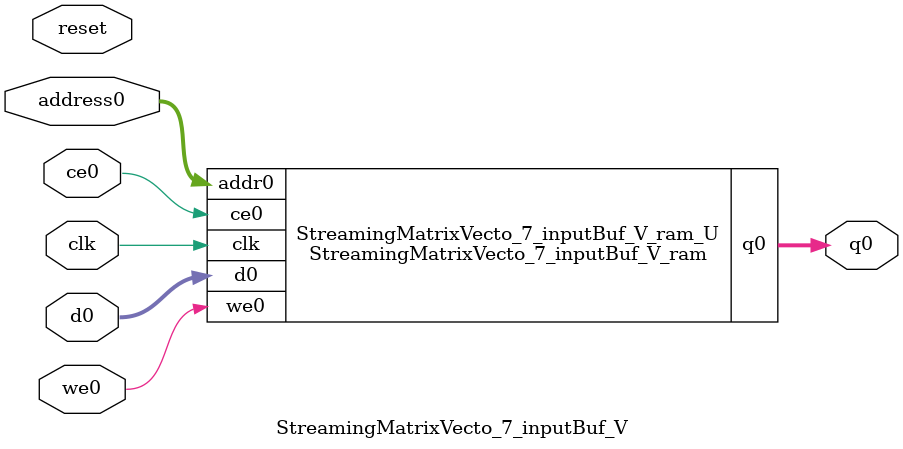
<source format=v>
`timescale 1 ns / 1 ps
module StreamingMatrixVecto_7_inputBuf_V_ram (addr0, ce0, d0, we0, q0,  clk);

parameter DWIDTH = 32;
parameter AWIDTH = 7;
parameter MEM_SIZE = 72;

input[AWIDTH-1:0] addr0;
input ce0;
input[DWIDTH-1:0] d0;
input we0;
output reg[DWIDTH-1:0] q0;
input clk;

(* ram_style = "block" *)reg [DWIDTH-1:0] ram[0:MEM_SIZE-1];




always @(posedge clk)  
begin 
    if (ce0) 
    begin
        if (we0) 
        begin 
            ram[addr0] <= d0; 
        end 
        q0 <= ram[addr0];
    end
end


endmodule

`timescale 1 ns / 1 ps
module StreamingMatrixVecto_7_inputBuf_V(
    reset,
    clk,
    address0,
    ce0,
    we0,
    d0,
    q0);

parameter DataWidth = 32'd32;
parameter AddressRange = 32'd72;
parameter AddressWidth = 32'd7;
input reset;
input clk;
input[AddressWidth - 1:0] address0;
input ce0;
input we0;
input[DataWidth - 1:0] d0;
output[DataWidth - 1:0] q0;



StreamingMatrixVecto_7_inputBuf_V_ram StreamingMatrixVecto_7_inputBuf_V_ram_U(
    .clk( clk ),
    .addr0( address0 ),
    .ce0( ce0 ),
    .we0( we0 ),
    .d0( d0 ),
    .q0( q0 ));

endmodule


</source>
